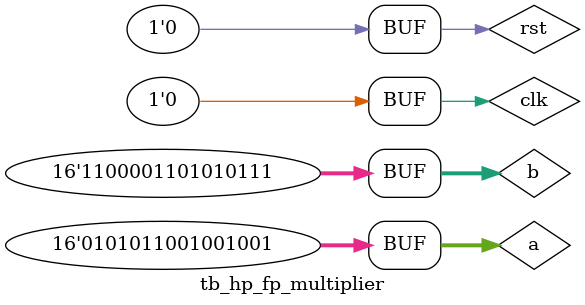
<source format=v>
`timescale 1ns / 100ps

module tb_hp_fp_multiplier();

	// Inputs
	reg clk,rst;
	reg [15:0] a;
	reg [15:0] b;

	// Outputs
	wire [15:0] fprod;
	
	hp_fp_multiplier test_it_plz(.clk(clk), .rst_n(rst), .op_a(a), .op_b(b), .product(fprod));
	
	initial begin
		clk = 0;
		rst = 0;
		#5 rst = 1;
		#10;
		// 0 * 0 = 0 (0x0000)
		a = 16'h0000; // 0
		b = 16'h0000; // 0
		#5 clk = 1;
		#5 clk = 0;
		// 1 * 0 = 0 (0x0000)
		a = 16'h3C00; // 1
		b = 16'h0000; // 0
		#5 clk = 1;
		#5 clk = 0;
		// 1 * -1 = -1 (0xBC00)
		a = 16'h3C00; // 1
		b = 16'hBC00; // -1
		#5 clk = 1;
		#5 clk = 0;
		#5 clk = 1;
		#5 clk = 0;
		#5 clk = 1;
		#5 clk = 0;
		#10;
		#5 rst = 0;
		
		#5 rst = 1;
		// REALLY SMALL NUMBER TEST FOR UNDERFLOW
		// --0.00006104 * 0.00006104 = -0 (0x8000)
		a = 16'h8400; // -0.00006104
		b = 16'h0400; // 0.00006104
		#5 clk = 1;
		#5 clk = 0;
		// 0.00006104 * 0.00006104 = 0 (0x0000)
		a = 16'h00800000; // 0.00006104
		b = 16'h00800000; // 0.00006104
		#5 clk = 1;
		#5 clk = 0;
		#5 clk = 1;
		#5 clk = 0;
		#5 clk = 1;
		#5 clk = 0;
		#10;
		#5 rst = 0;
		
		#5 rst = 1;
		// REALLY BIG NUMBER TEST FOR OVERFLOW
		// -65504 * 65504 = -infinity (0xFC00)
		a = 16'hFBFF; // -65504
		b = 16'h7BFF; // 65504
		#5 clk = 1;
		#5 clk = 0;
		// 65504 * 65504 = infinity (0x7C00)
		a = 16'h7BFF; // 65504
		b = 16'h7BFF; // 65504
		#5 clk = 1;
		#5 clk = 0;
		#5 clk = 1;
		#5 clk = 0;
		#5 clk = 1;
		#5 clk = 0;
		#10;
		#5 rst = 0;
		
		#5 rst = 1;
		// Some random numbers
		// 7 * 2300 = 16100 (0x73DC)
		a = 16'h4700; // 7
		b = 16'h687E; // 2300
		#5 clk = 1;
		#5 clk = 0;
		// 99.82 * 14.61 = 1458 (0x65B2)
		a = 16'h563D; // 99.82
		b = 16'h4B4E; // 14.61
		#5 clk = 1;
		#5 clk = 0;
		// 100.6 * -3.67 = -369 (0xDDC4)
		a = 16'h5649; // 100.6
		b = 16'hC357; // -3.67
		#5 clk = 1;
		#5 clk = 0;
		#5 clk = 1;
		#5 clk = 0;
		#5 clk = 1;
		#5 clk = 0;
		
		#5 rst = 0;
		end
endmodule
</source>
